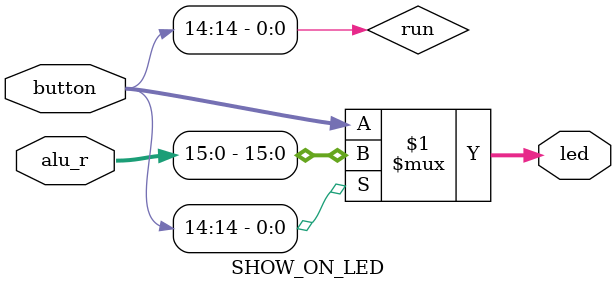
<source format=v>
`timescale 1ns / 1ps


module SHOW_ON_LED(
	input[31:0] alu_r,
	input[15:0] button,
	output[15:0] led
    );

	wire run;

	assign run = button[14];

	assign led = run ? alu_r[15:0] : button;

endmodule
</source>
